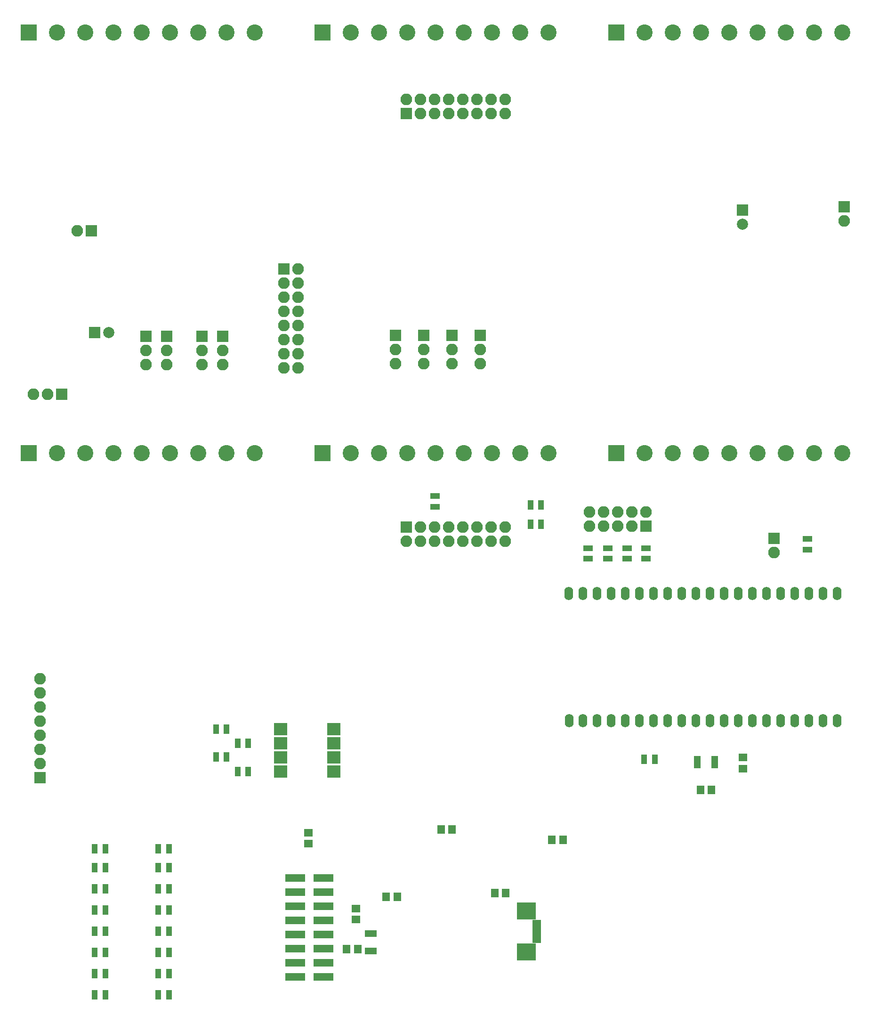
<source format=gbr>
G04 #@! TF.GenerationSoftware,KiCad,Pcbnew,(2017-09-19 revision dddaa7e69)-makepkg*
G04 #@! TF.CreationDate,2017-11-12T19:58:56+01:00*
G04 #@! TF.ProjectId,G2,47322E6B696361645F70636200000000,rev?*
G04 #@! TF.SameCoordinates,Original*
G04 #@! TF.FileFunction,Soldermask,Bot*
G04 #@! TF.FilePolarity,Negative*
%FSLAX46Y46*%
G04 Gerber Fmt 4.6, Leading zero omitted, Abs format (unit mm)*
G04 Created by KiCad (PCBNEW (2017-09-19 revision dddaa7e69)-makepkg) date 11/12/17 19:58:56*
%MOMM*%
%LPD*%
G01*
G04 APERTURE LIST*
%ADD10R,3.400000X3.100000*%
%ADD11R,1.600000X0.700000*%
%ADD12O,2.100000X2.100000*%
%ADD13R,2.100000X2.100000*%
%ADD14C,2.900000*%
%ADD15R,2.900000X2.900000*%
%ADD16O,1.600000X2.400000*%
%ADD17R,2.400000X2.180000*%
%ADD18R,1.700000X1.100000*%
%ADD19R,3.550000X1.400000*%
%ADD20R,1.400000X1.650000*%
%ADD21R,1.650000X1.400000*%
%ADD22R,1.150000X0.650000*%
%ADD23R,0.650000X1.150000*%
%ADD24R,1.100000X1.700000*%
%ADD25R,2.000000X2.000000*%
%ADD26C,2.000000*%
G04 APERTURE END LIST*
D10*
X106866000Y-175930000D03*
X106866000Y-183290000D03*
D11*
X108666000Y-177860000D03*
X108666000Y-178360000D03*
X108666000Y-178860000D03*
X108666000Y-179360000D03*
X108666000Y-179860000D03*
X108666000Y-180360000D03*
X108666000Y-180860000D03*
X108666000Y-181360000D03*
D12*
X19370000Y-134190000D03*
X19370000Y-136730000D03*
X19370000Y-139270000D03*
X19370000Y-141810000D03*
X19370000Y-144350000D03*
X19370000Y-146890000D03*
X19370000Y-149430000D03*
D13*
X19370000Y-151970000D03*
D14*
X110820000Y-93650000D03*
X105740000Y-93650000D03*
X100660000Y-93650000D03*
X95580000Y-93650000D03*
X90500000Y-93650000D03*
X85420000Y-93650000D03*
X80340000Y-93650000D03*
X75260000Y-93650000D03*
D15*
X70180000Y-93650000D03*
D14*
X110800000Y-18040000D03*
X105720000Y-18040000D03*
X100640000Y-18040000D03*
X95560000Y-18040000D03*
X90480000Y-18040000D03*
X85400000Y-18040000D03*
X80320000Y-18040000D03*
X75240000Y-18040000D03*
D15*
X70160000Y-18040000D03*
D14*
X58000000Y-18040000D03*
X52920000Y-18040000D03*
X47840000Y-18040000D03*
X42760000Y-18040000D03*
X37680000Y-18040000D03*
X32600000Y-18040000D03*
X27520000Y-18040000D03*
X22440000Y-18040000D03*
D15*
X17360000Y-18040000D03*
D14*
X163610000Y-18040000D03*
X158530000Y-18040000D03*
X153450000Y-18040000D03*
X148370000Y-18040000D03*
X143290000Y-18040000D03*
X138210000Y-18040000D03*
X133130000Y-18040000D03*
X128050000Y-18040000D03*
D15*
X122970000Y-18040000D03*
D14*
X163620000Y-93630000D03*
X158540000Y-93630000D03*
X153460000Y-93630000D03*
X148380000Y-93630000D03*
X143300000Y-93630000D03*
X138220000Y-93630000D03*
X133140000Y-93630000D03*
X128060000Y-93630000D03*
D15*
X122980000Y-93630000D03*
D14*
X58020000Y-93650000D03*
X52940000Y-93650000D03*
X47860000Y-93650000D03*
X42780000Y-93650000D03*
X37700000Y-93650000D03*
X32620000Y-93650000D03*
X27540000Y-93650000D03*
X22460000Y-93650000D03*
D15*
X17380000Y-93650000D03*
D16*
X114515560Y-141720000D03*
X114470000Y-118860000D03*
X117010000Y-141720000D03*
X117010000Y-118860000D03*
X119550000Y-141720000D03*
X119550000Y-118860000D03*
X122090000Y-141720000D03*
X122090000Y-118860000D03*
X124630000Y-141720000D03*
X124630000Y-118860000D03*
X127170000Y-141720000D03*
X127170000Y-118860000D03*
X129710000Y-141720000D03*
X129710000Y-118860000D03*
X132250000Y-141720000D03*
X132250000Y-118860000D03*
X134790000Y-141720000D03*
X134790000Y-118860000D03*
X137330000Y-141720000D03*
X137330000Y-118860000D03*
X139870000Y-141720000D03*
X139870000Y-118860000D03*
X142410000Y-141720000D03*
X142410000Y-118860000D03*
X144950000Y-141720000D03*
X144950000Y-118860000D03*
X147490000Y-141720000D03*
X147490000Y-118860000D03*
X150030000Y-141720000D03*
X150030000Y-118860000D03*
X152570000Y-141720000D03*
X152570000Y-118860000D03*
X155110000Y-141720000D03*
X155110000Y-118860000D03*
X157650000Y-141720000D03*
X157650000Y-118860000D03*
X160190000Y-141720000D03*
X160190000Y-118860000D03*
X162730000Y-141720000D03*
X162730000Y-118860000D03*
D17*
X62651700Y-143243200D03*
X72181700Y-150863200D03*
X62651700Y-145783200D03*
X72181700Y-148323200D03*
X62651700Y-148323200D03*
X72181700Y-145783200D03*
X62651700Y-150863200D03*
X72181700Y-143243200D03*
D18*
X157400000Y-109080000D03*
X157400000Y-110980000D03*
D12*
X98578000Y-77594000D03*
X98578000Y-75054000D03*
D13*
X98578000Y-72514000D03*
D19*
X70335000Y-170030000D03*
X65285000Y-170030000D03*
X70335000Y-172570000D03*
X65285000Y-172570000D03*
X70335000Y-175110000D03*
X65285000Y-175110000D03*
X70335000Y-177650000D03*
X65285000Y-177650000D03*
X70335000Y-180190000D03*
X65285000Y-180190000D03*
X70335000Y-182730000D03*
X65285000Y-182730000D03*
X70335000Y-185270000D03*
X65285000Y-185270000D03*
X70335000Y-187810000D03*
X65285000Y-187810000D03*
D20*
X91500000Y-161330000D03*
X93500000Y-161330000D03*
D21*
X145750000Y-150384000D03*
X145750000Y-148384000D03*
D20*
X138146000Y-154210000D03*
X140146000Y-154210000D03*
X76519000Y-182785000D03*
X74519000Y-182785000D03*
D21*
X76154000Y-175498500D03*
X76154000Y-177498500D03*
X67650000Y-163860000D03*
X67650000Y-161860000D03*
D20*
X83620000Y-173440000D03*
X81620000Y-173440000D03*
X103130000Y-172760000D03*
X101130000Y-172760000D03*
X111400000Y-163200000D03*
X113400000Y-163200000D03*
D22*
X140704000Y-148466000D03*
X140704000Y-148966000D03*
X140704000Y-149466000D03*
X140704000Y-149966000D03*
X137604000Y-149966000D03*
X137604000Y-149466000D03*
X137604000Y-148966000D03*
X137604000Y-148466000D03*
D23*
X79612000Y-180008000D03*
X79112000Y-180008000D03*
X78612000Y-180008000D03*
X78112000Y-180008000D03*
X78112000Y-183108000D03*
X78612000Y-183108000D03*
X79112000Y-183108000D03*
X79612000Y-183108000D03*
D12*
X163968000Y-51918000D03*
D13*
X163968000Y-49378000D03*
X28586000Y-53696000D03*
D12*
X26046000Y-53696000D03*
X151400000Y-111530000D03*
D13*
X151400000Y-108990000D03*
X48481800Y-72626000D03*
D12*
X48481800Y-75166000D03*
X48481800Y-77706000D03*
X52233400Y-77706000D03*
X52233400Y-75166000D03*
D13*
X52233400Y-72626000D03*
X42175000Y-72626000D03*
D12*
X42175000Y-75166000D03*
X42175000Y-77706000D03*
D13*
X83338000Y-72514000D03*
D12*
X83338000Y-75054000D03*
X83338000Y-77594000D03*
X88418000Y-77594000D03*
X88418000Y-75054000D03*
D13*
X88418000Y-72514000D03*
X93498000Y-72514000D03*
D12*
X93498000Y-75054000D03*
X93498000Y-77594000D03*
D13*
X38398000Y-72626000D03*
D12*
X38398000Y-75166000D03*
X38398000Y-77706000D03*
X118216542Y-104205420D03*
X118216542Y-106745420D03*
X120756542Y-104205420D03*
X120756542Y-106745420D03*
X123296542Y-104205420D03*
X123296542Y-106745420D03*
X125836542Y-104205420D03*
X125836542Y-106745420D03*
X128376542Y-104205420D03*
D13*
X128376542Y-106745420D03*
X63240000Y-60560000D03*
D12*
X65780000Y-60560000D03*
X63240000Y-63100000D03*
X65780000Y-63100000D03*
X63240000Y-65640000D03*
X65780000Y-65640000D03*
X63240000Y-68180000D03*
X65780000Y-68180000D03*
X63240000Y-70720000D03*
X65780000Y-70720000D03*
X63240000Y-73260000D03*
X65780000Y-73260000D03*
X63240000Y-75800000D03*
X65780000Y-75800000D03*
X63240000Y-78340000D03*
X65780000Y-78340000D03*
D13*
X85228000Y-106972000D03*
D12*
X85228000Y-109512000D03*
X87768000Y-106972000D03*
X87768000Y-109512000D03*
X90308000Y-106972000D03*
X90308000Y-109512000D03*
X92848000Y-106972000D03*
X92848000Y-109512000D03*
X95388000Y-106972000D03*
X95388000Y-109512000D03*
X97928000Y-106972000D03*
X97928000Y-109512000D03*
X100468000Y-106972000D03*
X100468000Y-109512000D03*
X103008000Y-106972000D03*
X103008000Y-109512000D03*
X103008000Y-30074000D03*
X103008000Y-32614000D03*
X100468000Y-30074000D03*
X100468000Y-32614000D03*
X97928000Y-30074000D03*
X97928000Y-32614000D03*
X95388000Y-30074000D03*
X95388000Y-32614000D03*
X92848000Y-30074000D03*
X92848000Y-32614000D03*
X90308000Y-30074000D03*
X90308000Y-32614000D03*
X87768000Y-30074000D03*
X87768000Y-32614000D03*
X85228000Y-30074000D03*
D13*
X85228000Y-32614000D03*
D24*
X29230000Y-164770200D03*
X31130000Y-164770200D03*
X52932000Y-143278000D03*
X51032000Y-143278000D03*
X54932000Y-145778000D03*
X56832000Y-145778000D03*
X52932000Y-148278000D03*
X51032000Y-148278000D03*
X54932000Y-150878000D03*
X56832000Y-150878000D03*
X40660000Y-191040000D03*
X42560000Y-191040000D03*
X42560000Y-187230000D03*
X40660000Y-187230000D03*
X40660000Y-183420000D03*
X42560000Y-183420000D03*
X42560000Y-179610000D03*
X40660000Y-179610000D03*
X42560000Y-171990000D03*
X40660000Y-171990000D03*
X40660000Y-168180000D03*
X42560000Y-168180000D03*
X42560000Y-164770200D03*
X40660000Y-164770200D03*
X29230000Y-191040000D03*
X31130000Y-191040000D03*
X31130000Y-187230000D03*
X29230000Y-187230000D03*
X29230000Y-183420000D03*
X31130000Y-183420000D03*
X107595200Y-106458000D03*
X109495200Y-106458000D03*
X29230000Y-175800000D03*
X31130000Y-175800000D03*
X31130000Y-171990000D03*
X29230000Y-171990000D03*
X29230000Y-168180000D03*
X31130000Y-168180000D03*
X42560000Y-175800000D03*
X40660000Y-175800000D03*
X31130000Y-179610000D03*
X29230000Y-179610000D03*
D18*
X128377940Y-110726420D03*
X128377940Y-112626420D03*
X90400000Y-101380000D03*
X90400000Y-103280000D03*
D24*
X109495200Y-102972000D03*
X107595200Y-102972000D03*
X129940000Y-148670000D03*
X128040000Y-148670000D03*
D18*
X117938542Y-110726420D03*
X117938542Y-112626420D03*
X121485008Y-112626420D03*
X121485008Y-110726420D03*
X124931474Y-110726420D03*
X124931474Y-112626420D03*
D12*
X18220000Y-83060000D03*
X20760000Y-83060000D03*
D13*
X23300000Y-83060000D03*
D25*
X145704000Y-50000000D03*
D26*
X145704000Y-52500000D03*
X31714000Y-71960000D03*
D25*
X29214000Y-71960000D03*
M02*

</source>
